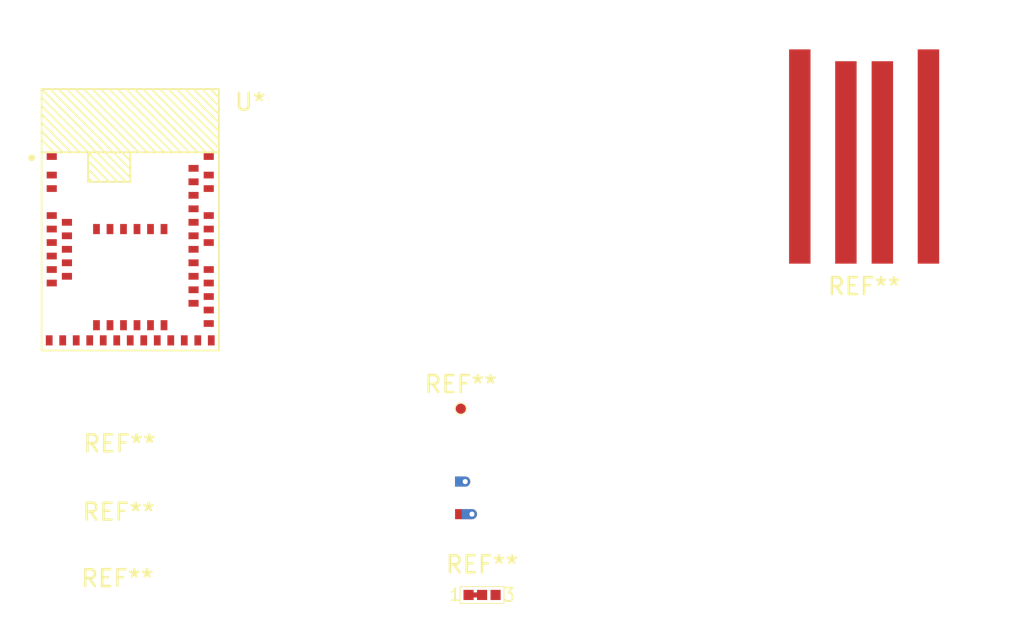
<source format=kicad_pcb>
(kicad_pcb (version 20171130) (host pcbnew 5.1.6-c6e7f7d~86~ubuntu19.10.1)

  (general
    (thickness 1.6)
    (drawings 0)
    (tracks 0)
    (zones 0)
    (modules 9)
    (nets 1)
  )

  (page A4)
  (layers
    (0 F.Cu signal)
    (31 B.Cu signal)
    (32 B.Adhes user)
    (33 F.Adhes user)
    (34 B.Paste user)
    (35 F.Paste user)
    (36 B.SilkS user)
    (37 F.SilkS user)
    (38 B.Mask user)
    (39 F.Mask user)
    (40 Dwgs.User user)
    (41 Cmts.User user)
    (42 Eco1.User user)
    (43 Eco2.User user)
    (44 Edge.Cuts user)
    (45 Margin user)
    (46 B.CrtYd user)
    (47 F.CrtYd user)
    (48 B.Fab user)
    (49 F.Fab user)
  )

  (setup
    (last_trace_width 0.25)
    (trace_clearance 0.2)
    (zone_clearance 0.508)
    (zone_45_only no)
    (trace_min 0.2)
    (via_size 0.8)
    (via_drill 0.4)
    (via_min_size 0.4)
    (via_min_drill 0.3)
    (uvia_size 0.3)
    (uvia_drill 0.1)
    (uvias_allowed no)
    (uvia_min_size 0.2)
    (uvia_min_drill 0.1)
    (edge_width 0.05)
    (segment_width 0.2)
    (pcb_text_width 0.3)
    (pcb_text_size 1.5 1.5)
    (mod_edge_width 0.12)
    (mod_text_size 1 1)
    (mod_text_width 0.15)
    (pad_size 1.524 1.524)
    (pad_drill 0.762)
    (pad_to_mask_clearance 0.05)
    (aux_axis_origin 0 0)
    (visible_elements FFFFFF7F)
    (pcbplotparams
      (layerselection 0x010fc_ffffffff)
      (usegerberextensions false)
      (usegerberattributes true)
      (usegerberadvancedattributes true)
      (creategerberjobfile true)
      (excludeedgelayer true)
      (linewidth 0.100000)
      (plotframeref false)
      (viasonmask false)
      (mode 1)
      (useauxorigin false)
      (hpglpennumber 1)
      (hpglpenspeed 20)
      (hpglpendiameter 15.000000)
      (psnegative false)
      (psa4output false)
      (plotreference true)
      (plotvalue true)
      (plotinvisibletext false)
      (padsonsilk false)
      (subtractmaskfromsilk false)
      (outputformat 1)
      (mirror false)
      (drillshape 1)
      (scaleselection 1)
      (outputdirectory ""))
  )

  (net 0 "")

  (net_class Default "This is the default net class."
    (clearance 0.2)
    (trace_width 0.25)
    (via_dia 0.8)
    (via_drill 0.4)
    (uvia_dia 0.3)
    (uvia_drill 0.1)
  )

  (module temp:cast-0.6-1.0 (layer F.Cu) (tedit 5EDCFA87) (tstamp 5EDB6A8D)
    (at 119.91 103.8)
    (fp_text reference REF** (at 0 -0.45) (layer F.SilkS) hide
      (effects (font (size 0.127 0.127) (thickness 0.03175)))
    )
    (fp_text value cast-0.6-1.0 (at 5.6 -0.13) (layer F.Fab)
      (effects (font (size 1 1) (thickness 0.1)))
    )
    (pad 1 smd rect (at -0.3 0) (size 0.6 0.6) (layers B.Cu B.Mask))
    (pad 1 smd rect (at -0.5 0) (size 1 0.6) (layers F.Cu F.Mask))
    (pad 1 thru_hole circle (at 0 0) (size 0.6 0.6) (drill 0.3) (layers *.Cu)
      (zone_connect 2))
  )

  (module temp:cast-0.6 (layer F.Cu) (tedit 5EDCF783) (tstamp 5EDB6A7A)
    (at 119.51 101.87)
    (fp_text reference REF** (at 0 -0.45) (layer F.SilkS) hide
      (effects (font (size 0.127 0.127) (thickness 0.03175)))
    )
    (fp_text value cast-0.6 (at 3.83 -0.14) (layer F.Fab)
      (effects (font (size 1 1) (thickness 0.1)))
    )
    (pad 1 thru_hole circle (at 0 0) (size 0.6 0.6) (drill 0.3) (layers *.Cu)
      (zone_connect 2))
    (pad 1 smd rect (at -0.3 0) (size 0.6 0.6) (layers F.Cu F.Mask))
    (pad 1 smd rect (at -0.3 0) (size 0.6 0.6) (layers B.Cu B.Mask))
  )

  (module USB-A-trace-connector (layer F.Cu) (tedit 5EDCF6F7) (tstamp 5EDD47AF)
    (at 143.14 88.95)
    (descr "USB trace connector")
    (tags "USB connector")
    (fp_text reference REF** (at 0 1.35) (layer F.SilkS)
      (effects (font (size 1 1) (thickness 0.15)))
    )
    (fp_text value USB-A-trace-connector (at -0.03 -14.78) (layer F.Fab)
      (effects (font (size 1 1) (thickness 0.15)))
    )
    (fp_line (start -6 0) (end -6 -13.3) (layer F.Fab) (width 0.1))
    (fp_line (start -6 -13.3) (end 6 -13.3) (layer F.Fab) (width 0.1))
    (fp_line (start 6 -13.3) (end 6 0) (layer F.Fab) (width 0.1))
    (pad 1 smd rect (at -3.81 -6.35) (size 1.27 12.7) (layers F.Cu F.Mask))
    (pad 2 smd rect (at -1.08 -6) (size 1.27 12) (layers F.Cu F.Mask))
    (pad 3 smd rect (at 1.08 -6) (size 1.27 12) (layers F.Cu F.Mask))
    (pad 4 smd rect (at 3.81 -6.35) (size 1.27 12.7) (layers F.Cu F.Mask))
  )

  (module TestPoint:TestPoint_Pad_D0.6mm (layer F.Cu) (tedit 5EDB9741) (tstamp 5EDBE88A)
    (at 119.25 97.55)
    (descr "SMD pad as test Point, diameter 0.6mm")
    (tags "test point SMD pad")
    (attr virtual)
    (fp_text reference REF** (at 0 -1.448) (layer F.SilkS)
      (effects (font (size 1 1) (thickness 0.15)))
    )
    (fp_text value TestPoint_Pad_D0.6mm (at 0 1.55) (layer F.Fab)
      (effects (font (size 1 1) (thickness 0.15)))
    )
    (fp_circle (center 0 0) (end 0.35 0) (layer F.SilkS) (width 0.05))
    (fp_circle (center 0 0) (end 0.45 0) (layer F.CrtYd) (width 0.05))
    (fp_text user %R (at 0 -1.45) (layer F.Fab)
      (effects (font (size 1 1) (thickness 0.15)))
    )
    (pad 1 smd circle (at 0 0) (size 0.6 0.6) (layers F.Cu F.Mask))
  )

  (module Jumper:SolderJumper-3-Bridged12_0.6x0.6mm (layer F.Cu) (tedit 5EDB7B15) (tstamp 5EDBAA0F)
    (at 120.51 108.59)
    (descr "SMD Solder 3-pad Jumper, 0.6x0.6mm")
    (tags "solder jumper open")
    (attr virtual)
    (fp_text reference REF** (at 0 -1.8) (layer F.SilkS)
      (effects (font (size 1 1) (thickness 0.15)))
    )
    (fp_text value SolderJumper-3-Bridged12_0.6x0.6mm (at 0 1.9) (layer F.Fab)
      (effects (font (size 1 1) (thickness 0.15)))
    )
    (fp_line (start -1.3 0.5) (end -1.3 -0.5) (layer F.SilkS) (width 0.05))
    (fp_line (start 1.3 0.5) (end -1.3 0.5) (layer F.SilkS) (width 0.05))
    (fp_line (start 1.3 -0.5) (end 1.3 0.5) (layer F.SilkS) (width 0.05))
    (fp_line (start -1.3 -0.5) (end 1.3 -0.5) (layer F.SilkS) (width 0.05))
    (fp_line (start -1.2 -0.4) (end 1.2 -0.4) (layer F.CrtYd) (width 0.05))
    (fp_line (start -1.2 -0.4) (end -1.2 0.4) (layer F.CrtYd) (width 0.05))
    (fp_line (start 1.2 0.4) (end 1.2 -0.4) (layer F.CrtYd) (width 0.05))
    (fp_line (start 1.2 0.4) (end -1.2 0.4) (layer F.CrtYd) (width 0.05))
    (fp_poly (pts (xy -0.69 -0.15) (xy -0.29 -0.15) (xy -0.29 0.15) (xy -0.69 0.15)) (layer F.Cu) (width 0))
    (fp_text user 1 (at -1.6 0) (layer F.SilkS)
      (effects (font (size 0.7 0.7) (thickness 0.1)))
    )
    (fp_text user 3 (at 1.6 0) (layer F.SilkS)
      (effects (font (size 0.8 0.7) (thickness 0.1)))
    )
    (pad 1 smd rect (at -0.8 0) (size 0.6 0.6) (layers F.Cu F.Mask)
      (zone_connect 2))
    (pad 2 smd rect (at 0 0) (size 0.6 0.6) (layers F.Cu F.Mask))
    (pad 3 smd rect (at 0.8 0) (size 0.6 0.6) (layers F.Cu F.Mask)
      (zone_connect 2))
  )

  (module temp:MDBT50Q1MV2 (layer F.Cu) (tedit 5E918321) (tstamp 5EDB6A67)
    (at 99.67 94.1)
    (descr MDBT50Q-1MV2-5)
    (tags "Integrated Circuit")
    (attr smd)
    (fp_text reference U* (at 7.112 -14.732) (layer F.SilkS)
      (effects (font (size 1 1) (thickness 0.15)))
    )
    (fp_text value MDBT50Q1MV2 (at 0 -14.224) (layer F.SilkS) hide
      (effects (font (size 1 1) (thickness 0.15)))
    )
    (fp_circle (center -5.842 -11.43) (end -5.742 -11.43) (layer F.SilkS) (width 0.2))
    (fp_line (start -5.25 -11.75) (end 5.25 -11.75) (layer F.SilkS) (width 0.1))
    (fp_line (start -7.4 1) (end -7.4 -16.5) (layer F.CrtYd) (width 0.1))
    (fp_line (start 6.25 1) (end -7.4 1) (layer F.CrtYd) (width 0.1))
    (fp_line (start 6.25 -16.5) (end 6.25 1) (layer F.CrtYd) (width 0.1))
    (fp_line (start -7.4 -16.5) (end 6.25 -16.5) (layer F.CrtYd) (width 0.1))
    (fp_line (start -5.25 0) (end -5.25 -15.5) (layer F.SilkS) (width 0.1))
    (fp_line (start 5.25 0) (end -5.25 0) (layer F.SilkS) (width 0.1))
    (fp_line (start 5.25 -15.5) (end 5.25 0) (layer F.SilkS) (width 0.1))
    (fp_line (start -5.25 -15.5) (end 5.25 -15.5) (layer F.SilkS) (width 0.1))
    (fp_line (start -5.25 0) (end -5.25 -15.5) (layer F.Fab) (width 0.2))
    (fp_line (start 5.25 0) (end -5.25 0) (layer F.Fab) (width 0.2))
    (fp_line (start 5.25 -15.5) (end 5.25 0) (layer F.Fab) (width 0.2))
    (fp_line (start -5.25 -15.5) (end 5.25 -15.5) (layer F.Fab) (width 0.2))
    (fp_line (start -5.25 -12.5) (end -4.5 -11.75) (layer F.SilkS) (width 0.1))
    (fp_line (start -5.25 -13) (end -4 -11.75) (layer F.SilkS) (width 0.1))
    (fp_line (start -5.25 -13.5) (end -3.5 -11.75) (layer F.SilkS) (width 0.1))
    (fp_line (start -5.25 -14) (end -3 -11.75) (layer F.SilkS) (width 0.1))
    (fp_line (start -5.25 -14.5) (end -2.5 -11.75) (layer F.SilkS) (width 0.1))
    (fp_line (start -5.25 -15) (end -2 -11.75) (layer F.SilkS) (width 0.1))
    (fp_line (start -5.25 -15.5) (end -1.5 -11.75) (layer F.SilkS) (width 0.1))
    (fp_line (start -4.75 -15.5) (end -1 -11.75) (layer F.SilkS) (width 0.1))
    (fp_line (start -4.25 -15.5) (end -0.5 -11.75) (layer F.SilkS) (width 0.1))
    (fp_line (start -3.75 -15.5) (end 0 -11.75) (layer F.SilkS) (width 0.1))
    (fp_line (start -3.25 -15.5) (end 0.5 -11.75) (layer F.SilkS) (width 0.1))
    (fp_line (start -2.75 -15.5) (end 1 -11.75) (layer F.SilkS) (width 0.1))
    (fp_line (start -2.25 -15.5) (end 1.5 -11.75) (layer F.SilkS) (width 0.1))
    (fp_line (start -1.75 -15.5) (end 2 -11.75) (layer F.SilkS) (width 0.1))
    (fp_line (start -1.25 -15.5) (end 2.5 -11.75) (layer F.SilkS) (width 0.1))
    (fp_line (start -0.75 -15.5) (end 3 -11.75) (layer F.SilkS) (width 0.1))
    (fp_line (start -0.25 -15.5) (end 3.5 -11.75) (layer F.SilkS) (width 0.1))
    (fp_line (start 0.25 -15.5) (end 4 -11.75) (layer F.SilkS) (width 0.1))
    (fp_line (start 0.75 -15.5) (end 4.5 -11.75) (layer F.SilkS) (width 0.1))
    (fp_line (start 1.25 -15.5) (end 5 -11.75) (layer F.SilkS) (width 0.1))
    (fp_line (start 1.75 -15.5) (end 5.25 -12) (layer F.SilkS) (width 0.1))
    (fp_line (start 2.25 -15.5) (end 5.25 -12.5) (layer F.SilkS) (width 0.1))
    (fp_line (start 2.75 -15.5) (end 5.25 -13) (layer F.SilkS) (width 0.1))
    (fp_line (start 3.25 -15.5) (end 5.25 -13.5) (layer F.SilkS) (width 0.1))
    (fp_line (start 3.75 -15.5) (end 5.25 -14) (layer F.SilkS) (width 0.1))
    (fp_line (start 4.25 -15.5) (end 5.25 -14.5) (layer F.SilkS) (width 0.1))
    (fp_line (start 4.75 -15.5) (end 5.25 -15) (layer F.SilkS) (width 0.1))
    (fp_line (start -2.5 -11.75) (end -2.5 -10) (layer F.SilkS) (width 0.1))
    (fp_line (start -2.5 -10) (end 0 -10) (layer F.SilkS) (width 0.1))
    (fp_line (start 0 -10) (end 0 -11.75) (layer F.SilkS) (width 0.1))
    (fp_line (start -2.5 -11.75) (end -0.75 -10) (layer F.SilkS) (width 0.1))
    (fp_line (start -2 -11.75) (end -0.25 -10) (layer F.SilkS) (width 0.1))
    (fp_line (start -1.5 -11.75) (end 0 -10.25) (layer F.SilkS) (width 0.1))
    (fp_line (start -1 -11.75) (end 0 -10.75) (layer F.SilkS) (width 0.1))
    (fp_line (start -0.5 -11.75) (end 0 -11.25) (layer F.SilkS) (width 0.1))
    (fp_line (start -2.5 -11.25) (end -1.25 -10) (layer F.SilkS) (width 0.1))
    (fp_line (start -2.5 -10.75) (end -1.75 -10) (layer F.SilkS) (width 0.1))
    (fp_line (start -2.5 -10.25) (end -2.25 -10) (layer F.SilkS) (width 0.1))
    (fp_text user %R (at 0 -10.922) (layer F.Fab) hide
      (effects (font (size 1 1) (thickness 0.15)))
    )
    (pad 1 smd rect (at -4.65 -11.5 90) (size 0.4 0.6) (layers F.Cu F.Paste F.Mask))
    (pad 2 smd rect (at -4.65 -10.4 90) (size 0.4 0.6) (layers F.Cu F.Paste F.Mask))
    (pad 3 smd rect (at -4.65 -9.6 90) (size 0.4 0.6) (layers F.Cu F.Paste F.Mask))
    (pad 4 smd rect (at -4.65 -8 90) (size 0.4 0.6) (layers F.Cu F.Paste F.Mask))
    (pad 5 smd rect (at -3.75 -7.6 90) (size 0.4 0.6) (layers F.Cu F.Paste F.Mask))
    (pad 6 smd rect (at -4.65 -7.2 90) (size 0.4 0.6) (layers F.Cu F.Paste F.Mask))
    (pad 7 smd rect (at -3.75 -6.8 90) (size 0.4 0.6) (layers F.Cu F.Paste F.Mask))
    (pad 8 smd rect (at -4.65 -6.4 90) (size 0.4 0.6) (layers F.Cu F.Paste F.Mask))
    (pad 9 smd rect (at -3.75 -6 90) (size 0.4 0.6) (layers F.Cu F.Paste F.Mask))
    (pad 10 smd rect (at -4.65 -5.6 90) (size 0.4 0.6) (layers F.Cu F.Paste F.Mask))
    (pad 11 smd rect (at -3.75 -5.2 90) (size 0.4 0.6) (layers F.Cu F.Paste F.Mask))
    (pad 12 smd rect (at -4.65 -4.8 90) (size 0.4 0.6) (layers F.Cu F.Paste F.Mask))
    (pad 13 smd rect (at -3.75 -4.4 90) (size 0.4 0.6) (layers F.Cu F.Paste F.Mask))
    (pad 14 smd rect (at -4.65 -4 90) (size 0.4 0.6) (layers F.Cu F.Paste F.Mask))
    (pad 15 smd rect (at -4.8 -0.6) (size 0.4 0.6) (layers F.Cu F.Paste F.Mask))
    (pad 16 smd rect (at -4 -0.6) (size 0.4 0.6) (layers F.Cu F.Paste F.Mask))
    (pad 17 smd rect (at -3.2 -0.6) (size 0.4 0.6) (layers F.Cu F.Paste F.Mask))
    (pad 18 smd rect (at -2.4 -0.6) (size 0.4 0.6) (layers F.Cu F.Paste F.Mask))
    (pad 19 smd rect (at -2 -1.5) (size 0.4 0.6) (layers F.Cu F.Paste F.Mask))
    (pad 20 smd rect (at -1.6 -0.6) (size 0.4 0.6) (layers F.Cu F.Paste F.Mask))
    (pad 21 smd rect (at -1.2 -1.5) (size 0.4 0.6) (layers F.Cu F.Paste F.Mask))
    (pad 22 smd rect (at -0.8 -0.6) (size 0.4 0.6) (layers F.Cu F.Paste F.Mask))
    (pad 23 smd rect (at -0.4 -1.5) (size 0.4 0.6) (layers F.Cu F.Paste F.Mask))
    (pad 24 smd rect (at 0 -0.6) (size 0.4 0.6) (layers F.Cu F.Paste F.Mask))
    (pad 25 smd rect (at 0.4 -1.5) (size 0.4 0.6) (layers F.Cu F.Paste F.Mask))
    (pad 26 smd rect (at 0.8 -0.6) (size 0.4 0.6) (layers F.Cu F.Paste F.Mask))
    (pad 27 smd rect (at 1.2 -1.5) (size 0.4 0.6) (layers F.Cu F.Paste F.Mask))
    (pad 28 smd rect (at 1.6 -0.6) (size 0.4 0.6) (layers F.Cu F.Paste F.Mask))
    (pad 29 smd rect (at 2 -1.5) (size 0.4 0.6) (layers F.Cu F.Paste F.Mask))
    (pad 30 smd rect (at 2.4 -0.6) (size 0.4 0.6) (layers F.Cu F.Paste F.Mask))
    (pad 31 smd rect (at 3.2 -0.6) (size 0.4 0.6) (layers F.Cu F.Paste F.Mask))
    (pad 32 smd rect (at 4 -0.6) (size 0.4 0.6) (layers F.Cu F.Paste F.Mask))
    (pad 33 smd rect (at 4.8 -0.6) (size 0.4 0.6) (layers F.Cu F.Paste F.Mask))
    (pad 34 smd rect (at 4.65 -1.6 90) (size 0.4 0.6) (layers F.Cu F.Paste F.Mask))
    (pad 35 smd rect (at 4.65 -2.4 90) (size 0.4 0.6) (layers F.Cu F.Paste F.Mask))
    (pad 36 smd rect (at 3.75 -2.8 90) (size 0.4 0.6) (layers F.Cu F.Paste F.Mask))
    (pad 37 smd rect (at 4.65 -3.2 90) (size 0.4 0.6) (layers F.Cu F.Paste F.Mask))
    (pad 38 smd rect (at 3.75 -3.6 90) (size 0.4 0.6) (layers F.Cu F.Paste F.Mask))
    (pad 39 smd rect (at 4.65 -4 90) (size 0.4 0.6) (layers F.Cu F.Paste F.Mask))
    (pad 40 smd rect (at 3.75 -4.4 90) (size 0.4 0.6) (layers F.Cu F.Paste F.Mask))
    (pad 41 smd rect (at 4.65 -4.8 90) (size 0.4 0.6) (layers F.Cu F.Paste F.Mask))
    (pad 42 smd rect (at 3.75 -5.2 90) (size 0.4 0.6) (layers F.Cu F.Paste F.Mask))
    (pad 43 smd rect (at 3.75 -6 90) (size 0.4 0.6) (layers F.Cu F.Paste F.Mask))
    (pad 44 smd rect (at 4.65 -6.4 90) (size 0.4 0.6) (layers F.Cu F.Paste F.Mask))
    (pad 45 smd rect (at 3.75 -6.8 90) (size 0.4 0.6) (layers F.Cu F.Paste F.Mask))
    (pad 46 smd rect (at 4.65 -7.2 90) (size 0.4 0.6) (layers F.Cu F.Paste F.Mask))
    (pad 47 smd rect (at 3.75 -7.6 90) (size 0.4 0.6) (layers F.Cu F.Paste F.Mask))
    (pad 48 smd rect (at 4.65 -8 90) (size 0.4 0.6) (layers F.Cu F.Paste F.Mask))
    (pad 49 smd rect (at 3.75 -8.4 90) (size 0.4 0.6) (layers F.Cu F.Paste F.Mask))
    (pad 50 smd rect (at 3.75 -9.2 90) (size 0.4 0.6) (layers F.Cu F.Paste F.Mask))
    (pad 51 smd rect (at 4.65 -9.6 90) (size 0.4 0.6) (layers F.Cu F.Paste F.Mask))
    (pad 52 smd rect (at 3.75 -10 90) (size 0.4 0.6) (layers F.Cu F.Paste F.Mask))
    (pad 53 smd rect (at 4.65 -10.4 90) (size 0.4 0.6) (layers F.Cu F.Paste F.Mask))
    (pad 54 smd rect (at 3.75 -10.8 90) (size 0.4 0.6) (layers F.Cu F.Paste F.Mask))
    (pad 55 smd rect (at 4.65 -11.5 90) (size 0.4 0.6) (layers F.Cu F.Paste F.Mask))
    (pad 56 smd rect (at -2 -7.2) (size 0.4 0.6) (layers F.Cu F.Paste F.Mask))
    (pad 57 smd rect (at -1.2 -7.2) (size 0.4 0.6) (layers F.Cu F.Paste F.Mask))
    (pad 58 smd rect (at -0.4 -7.2) (size 0.4 0.6) (layers F.Cu F.Paste F.Mask))
    (pad 59 smd rect (at 0.4 -7.2) (size 0.4 0.6) (layers F.Cu F.Paste F.Mask))
    (pad 60 smd rect (at 1.2 -7.2) (size 0.4 0.6) (layers F.Cu F.Paste F.Mask))
    (pad 61 smd rect (at 2 -7.2) (size 0.4 0.6) (layers F.Cu F.Paste F.Mask))
    (model MDBT50Q-1MV2.stp
      (at (xyz 0 0 0))
      (scale (xyz 1 1 1))
      (rotate (xyz 0 0 0))
    )
  )

  (module MountingHole:AlignmentHole_1.0mm (layer F.Cu) (tedit 5EDB68C1) (tstamp 5EDB681A)
    (at 98.91 108.61)
    (descr "Alignment Hole 1.0mm, no annular")
    (tags "hole 1.0mm no annular")
    (attr virtual)
    (fp_text reference REF** (at 0 -1) (layer F.SilkS)
      (effects (font (size 1 1) (thickness 0.15)))
    )
    (fp_text value AlignmentHole_1.0 (at 0 1) (layer F.Fab)
      (effects (font (size 1 1) (thickness 0.1)))
    )
    (pad "" np_thru_hole circle (at 0 0) (size 1 1) (drill 1) (layers *.Cu *.Mask))
  )

  (module MountingHole:AlignmentHole_0.5mm (layer F.Cu) (tedit 5EDB688A) (tstamp 5EDB678C)
    (at 99.04 100.62)
    (descr "Alignment Hole 0.5mm, no annular")
    (tags "hole 0.5mm no annular")
    (attr virtual)
    (fp_text reference REF** (at 0 -1) (layer F.SilkS)
      (effects (font (size 1 1) (thickness 0.15)))
    )
    (fp_text value AlignmentHole_0.5 (at 0 1) (layer F.Fab)
      (effects (font (size 1 1) (thickness 0.1)))
    )
    (pad "" np_thru_hole circle (at 0 0) (size 0.5 0.5) (drill 0.5) (layers *.Cu *.Mask))
  )

  (module MountingHole:AlignmentHole_0.8mm (layer F.Cu) (tedit 5EDB6863) (tstamp 5EDB6811)
    (at 98.99 104.67)
    (descr "Alignment Hole 0.8mm, no annular")
    (tags "hole 0.8mm no annular")
    (attr virtual)
    (fp_text reference REF** (at 0 -1) (layer F.SilkS)
      (effects (font (size 1 1) (thickness 0.15)))
    )
    (fp_text value AlignmentHole_0.8 (at 0 1) (layer F.Fab)
      (effects (font (size 1 1) (thickness 0.1)))
    )
    (pad "" np_thru_hole circle (at 0 0) (size 0.8 0.8) (drill 0.8) (layers *.Cu *.Mask))
  )

)

</source>
